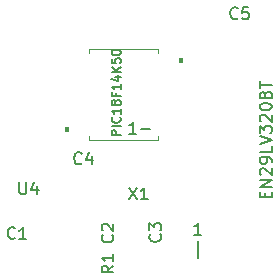
<source format=gbr>
%TF.GenerationSoftware,KiCad,Pcbnew,(6.0.2)*%
%TF.CreationDate,2022-09-17T11:41:15-05:00*%
%TF.ProjectId,REF2160,52454632-3136-4302-9e6b-696361645f70,rev?*%
%TF.SameCoordinates,Original*%
%TF.FileFunction,Legend,Top*%
%TF.FilePolarity,Positive*%
%FSLAX46Y46*%
G04 Gerber Fmt 4.6, Leading zero omitted, Abs format (unit mm)*
G04 Created by KiCad (PCBNEW (6.0.2)) date 2022-09-17 11:41:15*
%MOMM*%
%LPD*%
G01*
G04 APERTURE LIST*
%ADD10C,0.150000*%
%ADD11C,0.120000*%
%ADD12C,0.100000*%
G04 APERTURE END LIST*
D10*
X158874571Y-111970333D02*
X158874571Y-111637000D01*
X159398380Y-111494142D02*
X159398380Y-111970333D01*
X158398380Y-111970333D01*
X158398380Y-111494142D01*
X159398380Y-111065571D02*
X158398380Y-111065571D01*
X159398380Y-110494142D01*
X158398380Y-110494142D01*
X158493619Y-110065571D02*
X158446000Y-110017952D01*
X158398380Y-109922714D01*
X158398380Y-109684619D01*
X158446000Y-109589380D01*
X158493619Y-109541761D01*
X158588857Y-109494142D01*
X158684095Y-109494142D01*
X158826952Y-109541761D01*
X159398380Y-110113190D01*
X159398380Y-109494142D01*
X159398380Y-109017952D02*
X159398380Y-108827476D01*
X159350761Y-108732238D01*
X159303142Y-108684619D01*
X159160285Y-108589380D01*
X158969809Y-108541761D01*
X158588857Y-108541761D01*
X158493619Y-108589380D01*
X158446000Y-108637000D01*
X158398380Y-108732238D01*
X158398380Y-108922714D01*
X158446000Y-109017952D01*
X158493619Y-109065571D01*
X158588857Y-109113190D01*
X158826952Y-109113190D01*
X158922190Y-109065571D01*
X158969809Y-109017952D01*
X159017428Y-108922714D01*
X159017428Y-108732238D01*
X158969809Y-108637000D01*
X158922190Y-108589380D01*
X158826952Y-108541761D01*
X159398380Y-107637000D02*
X159398380Y-108113190D01*
X158398380Y-108113190D01*
X158398380Y-107446523D02*
X159398380Y-107113190D01*
X158398380Y-106779857D01*
X158398380Y-106541761D02*
X158398380Y-105922714D01*
X158779333Y-106256047D01*
X158779333Y-106113190D01*
X158826952Y-106017952D01*
X158874571Y-105970333D01*
X158969809Y-105922714D01*
X159207904Y-105922714D01*
X159303142Y-105970333D01*
X159350761Y-106017952D01*
X159398380Y-106113190D01*
X159398380Y-106398904D01*
X159350761Y-106494142D01*
X159303142Y-106541761D01*
X158493619Y-105541761D02*
X158446000Y-105494142D01*
X158398380Y-105398904D01*
X158398380Y-105160809D01*
X158446000Y-105065571D01*
X158493619Y-105017952D01*
X158588857Y-104970333D01*
X158684095Y-104970333D01*
X158826952Y-105017952D01*
X159398380Y-105589380D01*
X159398380Y-104970333D01*
X158398380Y-104351285D02*
X158398380Y-104256047D01*
X158446000Y-104160809D01*
X158493619Y-104113190D01*
X158588857Y-104065571D01*
X158779333Y-104017952D01*
X159017428Y-104017952D01*
X159207904Y-104065571D01*
X159303142Y-104113190D01*
X159350761Y-104160809D01*
X159398380Y-104256047D01*
X159398380Y-104351285D01*
X159350761Y-104446523D01*
X159303142Y-104494142D01*
X159207904Y-104541761D01*
X159017428Y-104589380D01*
X158779333Y-104589380D01*
X158588857Y-104541761D01*
X158493619Y-104494142D01*
X158446000Y-104446523D01*
X158398380Y-104351285D01*
X158874571Y-103256047D02*
X158922190Y-103113190D01*
X158969809Y-103065571D01*
X159065047Y-103017952D01*
X159207904Y-103017952D01*
X159303142Y-103065571D01*
X159350761Y-103113190D01*
X159398380Y-103208428D01*
X159398380Y-103589380D01*
X158398380Y-103589380D01*
X158398380Y-103256047D01*
X158446000Y-103160809D01*
X158493619Y-103113190D01*
X158588857Y-103065571D01*
X158684095Y-103065571D01*
X158779333Y-103113190D01*
X158826952Y-103160809D01*
X158874571Y-103256047D01*
X158874571Y-103589380D01*
X158398380Y-102732238D02*
X158398380Y-102160809D01*
X159398380Y-102446523D02*
X158398380Y-102446523D01*
X146604285Y-106714285D02*
X145854285Y-106714285D01*
X145854285Y-106428571D01*
X145890000Y-106357142D01*
X145925714Y-106321428D01*
X145997142Y-106285714D01*
X146104285Y-106285714D01*
X146175714Y-106321428D01*
X146211428Y-106357142D01*
X146247142Y-106428571D01*
X146247142Y-106714285D01*
X146604285Y-105964285D02*
X145854285Y-105964285D01*
X146532857Y-105178571D02*
X146568571Y-105214285D01*
X146604285Y-105321428D01*
X146604285Y-105392857D01*
X146568571Y-105500000D01*
X146497142Y-105571428D01*
X146425714Y-105607142D01*
X146282857Y-105642857D01*
X146175714Y-105642857D01*
X146032857Y-105607142D01*
X145961428Y-105571428D01*
X145890000Y-105500000D01*
X145854285Y-105392857D01*
X145854285Y-105321428D01*
X145890000Y-105214285D01*
X145925714Y-105178571D01*
X146604285Y-104464285D02*
X146604285Y-104892857D01*
X146604285Y-104678571D02*
X145854285Y-104678571D01*
X145961428Y-104750000D01*
X146032857Y-104821428D01*
X146068571Y-104892857D01*
X146175714Y-104035714D02*
X146140000Y-104107142D01*
X146104285Y-104142857D01*
X146032857Y-104178571D01*
X145997142Y-104178571D01*
X145925714Y-104142857D01*
X145890000Y-104107142D01*
X145854285Y-104035714D01*
X145854285Y-103892857D01*
X145890000Y-103821428D01*
X145925714Y-103785714D01*
X145997142Y-103750000D01*
X146032857Y-103750000D01*
X146104285Y-103785714D01*
X146140000Y-103821428D01*
X146175714Y-103892857D01*
X146175714Y-104035714D01*
X146211428Y-104107142D01*
X146247142Y-104142857D01*
X146318571Y-104178571D01*
X146461428Y-104178571D01*
X146532857Y-104142857D01*
X146568571Y-104107142D01*
X146604285Y-104035714D01*
X146604285Y-103892857D01*
X146568571Y-103821428D01*
X146532857Y-103785714D01*
X146461428Y-103750000D01*
X146318571Y-103750000D01*
X146247142Y-103785714D01*
X146211428Y-103821428D01*
X146175714Y-103892857D01*
X146211428Y-103178571D02*
X146211428Y-103428571D01*
X146604285Y-103428571D02*
X145854285Y-103428571D01*
X145854285Y-103071428D01*
X146604285Y-102392857D02*
X146604285Y-102821428D01*
X146604285Y-102607142D02*
X145854285Y-102607142D01*
X145961428Y-102678571D01*
X146032857Y-102750000D01*
X146068571Y-102821428D01*
X146104285Y-101750000D02*
X146604285Y-101750000D01*
X145818571Y-101928571D02*
X146354285Y-102107142D01*
X146354285Y-101642857D01*
X146604285Y-101357142D02*
X145854285Y-101357142D01*
X146604285Y-100928571D02*
X146175714Y-101250000D01*
X145854285Y-100928571D02*
X146282857Y-101357142D01*
X145854285Y-100250000D02*
X145854285Y-100607142D01*
X146211428Y-100642857D01*
X146175714Y-100607142D01*
X146140000Y-100535714D01*
X146140000Y-100357142D01*
X146175714Y-100285714D01*
X146211428Y-100250000D01*
X146282857Y-100214285D01*
X146461428Y-100214285D01*
X146532857Y-100250000D01*
X146568571Y-100285714D01*
X146604285Y-100357142D01*
X146604285Y-100535714D01*
X146568571Y-100607142D01*
X146532857Y-100642857D01*
X145854285Y-99750000D02*
X145854285Y-99678571D01*
X145890000Y-99607142D01*
X145925714Y-99571428D01*
X145997142Y-99535714D01*
X146140000Y-99500000D01*
X146318571Y-99500000D01*
X146461428Y-99535714D01*
X146532857Y-99571428D01*
X146568571Y-99607142D01*
X146604285Y-99678571D01*
X146604285Y-99750000D01*
X146568571Y-99821428D01*
X146532857Y-99857142D01*
X146461428Y-99892857D01*
X146318571Y-99928571D01*
X146140000Y-99928571D01*
X145997142Y-99892857D01*
X145925714Y-99857142D01*
X145890000Y-99821428D01*
X145854285Y-99750000D01*
X147936666Y-106594380D02*
X147365238Y-106594380D01*
X147650952Y-106594380D02*
X147650952Y-105594380D01*
X147555714Y-105737238D01*
X147460476Y-105832476D01*
X147365238Y-105880095D01*
X148365238Y-106213428D02*
X149127142Y-106213428D01*
X153437714Y-115156380D02*
X152866285Y-115156380D01*
X153152000Y-115156380D02*
X153152000Y-114156380D01*
X153056761Y-114299238D01*
X152961523Y-114394476D01*
X152866285Y-114442095D01*
X153152000Y-117099714D02*
X153152000Y-115671142D01*
%TO.C,C4*%
X143301333Y-109083142D02*
X143253714Y-109130761D01*
X143110857Y-109178380D01*
X143015619Y-109178380D01*
X142872761Y-109130761D01*
X142777523Y-109035523D01*
X142729904Y-108940285D01*
X142682285Y-108749809D01*
X142682285Y-108606952D01*
X142729904Y-108416476D01*
X142777523Y-108321238D01*
X142872761Y-108226000D01*
X143015619Y-108178380D01*
X143110857Y-108178380D01*
X143253714Y-108226000D01*
X143301333Y-108273619D01*
X144158476Y-108511714D02*
X144158476Y-109178380D01*
X143920380Y-108130761D02*
X143682285Y-108845047D01*
X144301333Y-108845047D01*
%TO.C,C2*%
X145910142Y-115145666D02*
X145957761Y-115193285D01*
X146005380Y-115336142D01*
X146005380Y-115431380D01*
X145957761Y-115574238D01*
X145862523Y-115669476D01*
X145767285Y-115717095D01*
X145576809Y-115764714D01*
X145433952Y-115764714D01*
X145243476Y-115717095D01*
X145148238Y-115669476D01*
X145053000Y-115574238D01*
X145005380Y-115431380D01*
X145005380Y-115336142D01*
X145053000Y-115193285D01*
X145100619Y-115145666D01*
X145100619Y-114764714D02*
X145053000Y-114717095D01*
X145005380Y-114621857D01*
X145005380Y-114383761D01*
X145053000Y-114288523D01*
X145100619Y-114240904D01*
X145195857Y-114193285D01*
X145291095Y-114193285D01*
X145433952Y-114240904D01*
X146005380Y-114812333D01*
X146005380Y-114193285D01*
%TO.C,C1*%
X137658333Y-115411142D02*
X137610714Y-115458761D01*
X137467857Y-115506380D01*
X137372619Y-115506380D01*
X137229761Y-115458761D01*
X137134523Y-115363523D01*
X137086904Y-115268285D01*
X137039285Y-115077809D01*
X137039285Y-114934952D01*
X137086904Y-114744476D01*
X137134523Y-114649238D01*
X137229761Y-114554000D01*
X137372619Y-114506380D01*
X137467857Y-114506380D01*
X137610714Y-114554000D01*
X137658333Y-114601619D01*
X138610714Y-115506380D02*
X138039285Y-115506380D01*
X138325000Y-115506380D02*
X138325000Y-114506380D01*
X138229761Y-114649238D01*
X138134523Y-114744476D01*
X138039285Y-114792095D01*
%TO.C,U4*%
X138048095Y-110703380D02*
X138048095Y-111512904D01*
X138095714Y-111608142D01*
X138143333Y-111655761D01*
X138238571Y-111703380D01*
X138429047Y-111703380D01*
X138524285Y-111655761D01*
X138571904Y-111608142D01*
X138619523Y-111512904D01*
X138619523Y-110703380D01*
X139524285Y-111036714D02*
X139524285Y-111703380D01*
X139286190Y-110655761D02*
X139048095Y-111370047D01*
X139667142Y-111370047D01*
%TO.C,C3*%
X149952142Y-115115666D02*
X149999761Y-115163285D01*
X150047380Y-115306142D01*
X150047380Y-115401380D01*
X149999761Y-115544238D01*
X149904523Y-115639476D01*
X149809285Y-115687095D01*
X149618809Y-115734714D01*
X149475952Y-115734714D01*
X149285476Y-115687095D01*
X149190238Y-115639476D01*
X149095000Y-115544238D01*
X149047380Y-115401380D01*
X149047380Y-115306142D01*
X149095000Y-115163285D01*
X149142619Y-115115666D01*
X149047380Y-114782333D02*
X149047380Y-114163285D01*
X149428333Y-114496619D01*
X149428333Y-114353761D01*
X149475952Y-114258523D01*
X149523571Y-114210904D01*
X149618809Y-114163285D01*
X149856904Y-114163285D01*
X149952142Y-114210904D01*
X149999761Y-114258523D01*
X150047380Y-114353761D01*
X150047380Y-114639476D01*
X149999761Y-114734714D01*
X149952142Y-114782333D01*
%TO.C,X1*%
X147345476Y-111143380D02*
X148012142Y-112143380D01*
X148012142Y-111143380D02*
X147345476Y-112143380D01*
X148916904Y-112143380D02*
X148345476Y-112143380D01*
X148631190Y-112143380D02*
X148631190Y-111143380D01*
X148535952Y-111286238D01*
X148440714Y-111381476D01*
X148345476Y-111429095D01*
%TO.C,C5*%
X156518333Y-96791142D02*
X156470714Y-96838761D01*
X156327857Y-96886380D01*
X156232619Y-96886380D01*
X156089761Y-96838761D01*
X155994523Y-96743523D01*
X155946904Y-96648285D01*
X155899285Y-96457809D01*
X155899285Y-96314952D01*
X155946904Y-96124476D01*
X155994523Y-96029238D01*
X156089761Y-95934000D01*
X156232619Y-95886380D01*
X156327857Y-95886380D01*
X156470714Y-95934000D01*
X156518333Y-95981619D01*
X157423095Y-95886380D02*
X156946904Y-95886380D01*
X156899285Y-96362571D01*
X156946904Y-96314952D01*
X157042142Y-96267333D01*
X157280238Y-96267333D01*
X157375476Y-96314952D01*
X157423095Y-96362571D01*
X157470714Y-96457809D01*
X157470714Y-96695904D01*
X157423095Y-96791142D01*
X157375476Y-96838761D01*
X157280238Y-96886380D01*
X157042142Y-96886380D01*
X156946904Y-96838761D01*
X156899285Y-96791142D01*
%TO.C,R1*%
X145995380Y-117762666D02*
X145519190Y-118096000D01*
X145995380Y-118334095D02*
X144995380Y-118334095D01*
X144995380Y-117953142D01*
X145043000Y-117857904D01*
X145090619Y-117810285D01*
X145185857Y-117762666D01*
X145328714Y-117762666D01*
X145423952Y-117810285D01*
X145471571Y-117857904D01*
X145519190Y-117953142D01*
X145519190Y-118334095D01*
X145995380Y-116810285D02*
X145995380Y-117381714D01*
X145995380Y-117096000D02*
X144995380Y-117096000D01*
X145138238Y-117191238D01*
X145233476Y-117286476D01*
X145281095Y-117381714D01*
D11*
%TO.C,U3*%
X149803000Y-107144500D02*
X149803000Y-106744641D01*
X149803000Y-99397500D02*
X143961000Y-99397500D01*
X143961000Y-106744638D02*
X143961000Y-107144500D01*
X149803000Y-99797362D02*
X149803000Y-99397500D01*
X143961000Y-107144500D02*
X149803000Y-107144500D01*
X143961000Y-99397500D02*
X143961000Y-99797359D01*
D12*
X141916300Y-106386498D02*
X141916300Y-106005498D01*
X141916300Y-106005498D02*
X142170300Y-106005498D01*
X142170300Y-106005498D02*
X142170300Y-106386498D01*
X142170300Y-106386498D02*
X141916300Y-106386498D01*
G36*
X142170300Y-106386498D02*
G01*
X141916300Y-106386498D01*
X141916300Y-106005498D01*
X142170300Y-106005498D01*
X142170300Y-106386498D01*
G37*
X142170300Y-106386498D02*
X141916300Y-106386498D01*
X141916300Y-106005498D01*
X142170300Y-106005498D01*
X142170300Y-106386498D01*
X151847700Y-100536502D02*
X151847700Y-100155502D01*
X151847700Y-100155502D02*
X151593700Y-100155502D01*
X151593700Y-100155502D02*
X151593700Y-100536502D01*
X151593700Y-100536502D02*
X151847700Y-100536502D01*
G36*
X151847700Y-100536502D02*
G01*
X151593700Y-100536502D01*
X151593700Y-100155502D01*
X151847700Y-100155502D01*
X151847700Y-100536502D01*
G37*
X151847700Y-100536502D02*
X151593700Y-100536502D01*
X151593700Y-100155502D01*
X151847700Y-100155502D01*
X151847700Y-100536502D01*
%TD*%
M02*

</source>
